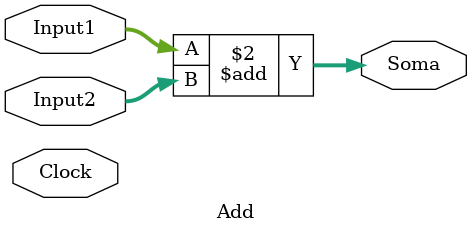
<source format=v>
module Add(Input1,Input2,Soma,Clock);
input[31:0] Input1,Input2;
input Clock;
output reg [31:0] Soma;
always @(*) begin
Soma <= Input1 + Input2;
//$display("%b",Soma);
end
endmodule

</source>
